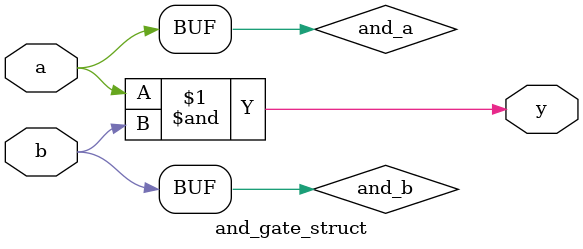
<source format=v>
module and_gate_struct(a, b, y);
  input a, b;
  output y;
  wire and_a, and_b;

  and U1 (and_a, a); 
  and U2 (and_b, b);
  and U3 (y, and_a, and_b);
  
endmodule

</source>
